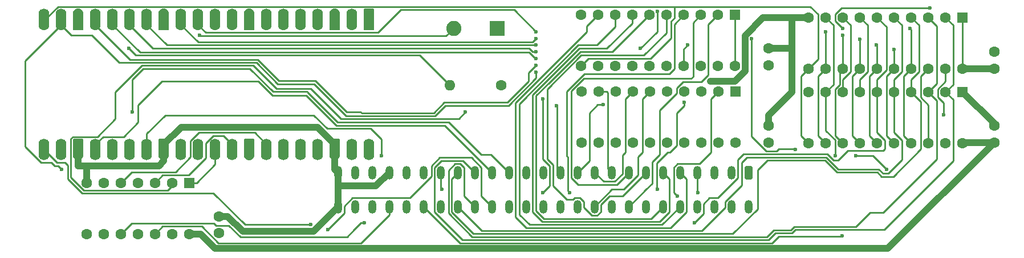
<source format=gbr>
%TF.GenerationSoftware,KiCad,Pcbnew,9.0.1*%
%TF.CreationDate,2025-08-04T14:53:58+03:00*%
%TF.ProjectId,SVI-3x8-PicoExpander,5356492d-3378-4382-9d50-69636f457870,1.1*%
%TF.SameCoordinates,Original*%
%TF.FileFunction,Copper,L1,Top*%
%TF.FilePolarity,Positive*%
%FSLAX46Y46*%
G04 Gerber Fmt 4.6, Leading zero omitted, Abs format (unit mm)*
G04 Created by KiCad (PCBNEW 9.0.1) date 2025-08-04 14:53:58*
%MOMM*%
%LPD*%
G01*
G04 APERTURE LIST*
G04 Aperture macros list*
%AMRoundRect*
0 Rectangle with rounded corners*
0 $1 Rounding radius*
0 $2 $3 $4 $5 $6 $7 $8 $9 X,Y pos of 4 corners*
0 Add a 4 corners polygon primitive as box body*
4,1,4,$2,$3,$4,$5,$6,$7,$8,$9,$2,$3,0*
0 Add four circle primitives for the rounded corners*
1,1,$1+$1,$2,$3*
1,1,$1+$1,$4,$5*
1,1,$1+$1,$6,$7*
1,1,$1+$1,$8,$9*
0 Add four rect primitives between the rounded corners*
20,1,$1+$1,$2,$3,$4,$5,0*
20,1,$1+$1,$4,$5,$6,$7,0*
20,1,$1+$1,$6,$7,$8,$9,0*
20,1,$1+$1,$8,$9,$2,$3,0*%
%AMFreePoly0*
4,1,37,0.800000,0.796148,0.878414,0.796148,1.032228,0.765552,1.177117,0.705537,1.307515,0.618408,1.418408,0.507515,1.505537,0.377117,1.565552,0.232228,1.596148,0.078414,1.596148,-0.078414,1.565552,-0.232228,1.505537,-0.377117,1.418408,-0.507515,1.307515,-0.618408,1.177117,-0.705537,1.032228,-0.765552,0.878414,-0.796148,0.800000,-0.796148,0.800000,-0.800000,-1.400000,-0.800000,
-1.403843,-0.796157,-1.439018,-0.796157,-1.511114,-0.766294,-1.566294,-0.711114,-1.596157,-0.639018,-1.596157,-0.603843,-1.600000,-0.600000,-1.600000,0.600000,-1.596157,0.603843,-1.596157,0.639018,-1.566294,0.711114,-1.511114,0.766294,-1.439018,0.796157,-1.403843,0.796157,-1.400000,0.800000,0.800000,0.800000,0.800000,0.796148,0.800000,0.796148,$1*%
%AMFreePoly1*
4,1,37,1.403843,0.796157,1.439018,0.796157,1.511114,0.766294,1.566294,0.711114,1.596157,0.639018,1.596157,0.603843,1.600000,0.600000,1.600000,-0.600000,1.596157,-0.603843,1.596157,-0.639018,1.566294,-0.711114,1.511114,-0.766294,1.439018,-0.796157,1.403843,-0.796157,1.400000,-0.800000,-0.800000,-0.800000,-0.800000,-0.796148,-0.878414,-0.796148,-1.032228,-0.765552,-1.177117,-0.705537,
-1.307515,-0.618408,-1.418408,-0.507515,-1.505537,-0.377117,-1.565552,-0.232228,-1.596148,-0.078414,-1.596148,0.078414,-1.565552,0.232228,-1.505537,0.377117,-1.418408,0.507515,-1.307515,0.618408,-1.177117,0.705537,-1.032228,0.765552,-0.878414,0.796148,-0.800000,0.796148,-0.800000,0.800000,1.400000,0.800000,1.403843,0.796157,1.403843,0.796157,$1*%
%AMFreePoly2*
4,1,37,0.603843,0.796157,0.639018,0.796157,0.711114,0.766294,0.766294,0.711114,0.796157,0.639018,0.796157,0.603843,0.800000,0.600000,0.800000,-0.600000,0.796157,-0.603843,0.796157,-0.639018,0.766294,-0.711114,0.711114,-0.766294,0.639018,-0.796157,0.603843,-0.796157,0.600000,-0.800000,0.000000,-0.800000,0.000000,-0.796148,-0.078414,-0.796148,-0.232228,-0.765552,-0.377117,-0.705537,
-0.507515,-0.618408,-0.618408,-0.507515,-0.705537,-0.377117,-0.765552,-0.232228,-0.796148,-0.078414,-0.796148,0.078414,-0.765552,0.232228,-0.705537,0.377117,-0.618408,0.507515,-0.507515,0.618408,-0.377117,0.705537,-0.232228,0.765552,-0.078414,0.796148,0.000000,0.796148,0.000000,0.800000,0.600000,0.800000,0.603843,0.796157,0.603843,0.796157,$1*%
%AMFreePoly3*
4,1,37,0.000000,0.796148,0.078414,0.796148,0.232228,0.765552,0.377117,0.705537,0.507515,0.618408,0.618408,0.507515,0.705537,0.377117,0.765552,0.232228,0.796148,0.078414,0.796148,-0.078414,0.765552,-0.232228,0.705537,-0.377117,0.618408,-0.507515,0.507515,-0.618408,0.377117,-0.705537,0.232228,-0.765552,0.078414,-0.796148,0.000000,-0.796148,0.000000,-0.800000,-0.600000,-0.800000,
-0.603843,-0.796157,-0.639018,-0.796157,-0.711114,-0.766294,-0.766294,-0.711114,-0.796157,-0.639018,-0.796157,-0.603843,-0.800000,-0.600000,-0.800000,0.600000,-0.796157,0.603843,-0.796157,0.639018,-0.766294,0.711114,-0.711114,0.766294,-0.639018,0.796157,-0.603843,0.796157,-0.600000,0.800000,0.000000,0.800000,0.000000,0.796148,0.000000,0.796148,$1*%
G04 Aperture macros list end*
%TA.AperFunction,ComponentPad*%
%ADD10R,2.250000X2.250000*%
%TD*%
%TA.AperFunction,ComponentPad*%
%ADD11C,2.250000*%
%TD*%
%TA.AperFunction,ComponentPad*%
%ADD12C,1.600000*%
%TD*%
%TA.AperFunction,ComponentPad*%
%ADD13O,1.600000X1.600000*%
%TD*%
%TA.AperFunction,ComponentPad*%
%ADD14RoundRect,0.250000X-0.550000X0.550000X-0.550000X-0.550000X0.550000X-0.550000X0.550000X0.550000X0*%
%TD*%
%TA.AperFunction,SMDPad,CuDef*%
%ADD15FreePoly0,270.000000*%
%TD*%
%TA.AperFunction,ComponentPad*%
%ADD16RoundRect,0.200000X-0.600000X0.600000X-0.600000X-0.600000X0.600000X-0.600000X0.600000X0.600000X0*%
%TD*%
%TA.AperFunction,SMDPad,CuDef*%
%ADD17RoundRect,0.800000X-0.000010X0.800000X-0.000010X-0.800000X0.000010X-0.800000X0.000010X0.800000X0*%
%TD*%
%TA.AperFunction,SMDPad,CuDef*%
%ADD18FreePoly1,270.000000*%
%TD*%
%TA.AperFunction,ComponentPad*%
%ADD19FreePoly2,270.000000*%
%TD*%
%TA.AperFunction,ComponentPad*%
%ADD20FreePoly3,270.000000*%
%TD*%
%TA.AperFunction,ComponentPad*%
%ADD21RoundRect,0.250000X0.350000X0.750000X-0.350000X0.750000X-0.350000X-0.750000X0.350000X-0.750000X0*%
%TD*%
%TA.AperFunction,ComponentPad*%
%ADD22O,1.200000X2.000000*%
%TD*%
%TA.AperFunction,ViaPad*%
%ADD23C,0.600000*%
%TD*%
%TA.AperFunction,ViaPad*%
%ADD24C,0.800000*%
%TD*%
%TA.AperFunction,Conductor*%
%ADD25C,0.250000*%
%TD*%
%TA.AperFunction,Conductor*%
%ADD26C,1.000000*%
%TD*%
G04 APERTURE END LIST*
D10*
%TO.P,SW1,1,1*%
%TO.N,Net-(A1-GPIO22)*%
X143750000Y-103500000D03*
D11*
%TO.P,SW1,2,2*%
%TO.N,+3V3*%
X137250000Y-103500000D03*
%TD*%
D12*
%TO.P,R1,1*%
%TO.N,GND*%
X144310000Y-112000000D03*
D13*
%TO.P,R1,2*%
%TO.N,Net-(A1-GPIO22)*%
X136690000Y-112000000D03*
%TD*%
D14*
%TO.P,U2,1,DIR*%
%TO.N,+3V3*%
X179120000Y-112880000D03*
D12*
%TO.P,U2,2,A1*%
%TO.N,A0*%
X176580000Y-112880000D03*
%TO.P,U2,3,A2*%
%TO.N,A1*%
X174040000Y-112880000D03*
%TO.P,U2,4,A3*%
%TO.N,A2*%
X171500000Y-112880000D03*
%TO.P,U2,5,A4*%
%TO.N,A3*%
X168960000Y-112880000D03*
%TO.P,U2,6,A5*%
%TO.N,A4*%
X166420000Y-112880000D03*
%TO.P,U2,7,A6*%
%TO.N,A5*%
X163880000Y-112880000D03*
%TO.P,U2,8,A7*%
%TO.N,A6*%
X161340000Y-112880000D03*
%TO.P,U2,9,A8*%
%TO.N,A7*%
X158800000Y-112880000D03*
%TO.P,U2,10,GND*%
%TO.N,GND*%
X156260000Y-112880000D03*
%TO.P,U2,11,B8*%
%TO.N,P_A7*%
X156260000Y-120500000D03*
%TO.P,U2,12,B7*%
%TO.N,P_A6*%
X158800000Y-120500000D03*
%TO.P,U2,13,B6*%
%TO.N,P_A5*%
X161340000Y-120500000D03*
%TO.P,U2,14,B5*%
%TO.N,P_A4*%
X163880000Y-120500000D03*
%TO.P,U2,15,B4*%
%TO.N,P_A3*%
X166420000Y-120500000D03*
%TO.P,U2,16,B3*%
%TO.N,P_A2*%
X168960000Y-120500000D03*
%TO.P,U2,17,B2*%
%TO.N,P_A1*%
X171500000Y-120500000D03*
%TO.P,U2,18,B1*%
%TO.N,P_A0*%
X174040000Y-120500000D03*
%TO.P,U2,19,~{OE}*%
%TO.N,{slash}P_AE*%
X176580000Y-120500000D03*
%TO.P,U2,20,VCC*%
%TO.N,+3V3*%
X179120000Y-120500000D03*
%TD*%
%TO.P,C4,1*%
%TO.N,+5V*%
X102420000Y-134000000D03*
%TO.P,C4,2*%
%TO.N,GND*%
X102420000Y-131500000D03*
%TD*%
D14*
%TO.P,U4,1,DIR*%
%TO.N,+3V3*%
X179000000Y-101500000D03*
D12*
%TO.P,U4,2,A1*%
%TO.N,A8*%
X176460000Y-101500000D03*
%TO.P,U4,3,A2*%
%TO.N,A9*%
X173920000Y-101500000D03*
%TO.P,U4,4,A3*%
%TO.N,A10*%
X171380000Y-101500000D03*
%TO.P,U4,5,A4*%
%TO.N,A11*%
X168840000Y-101500000D03*
%TO.P,U4,6,A5*%
%TO.N,A12*%
X166300000Y-101500000D03*
%TO.P,U4,7,A6*%
%TO.N,A13*%
X163760000Y-101500000D03*
%TO.P,U4,8,A7*%
%TO.N,A14*%
X161220000Y-101500000D03*
%TO.P,U4,9,A8*%
%TO.N,A15*%
X158680000Y-101500000D03*
%TO.P,U4,10,GND*%
%TO.N,GND*%
X156140000Y-101500000D03*
%TO.P,U4,11,B8*%
%TO.N,P_A15_D7*%
X156140000Y-109120000D03*
%TO.P,U4,12,B7*%
%TO.N,P_A14_D6*%
X158680000Y-109120000D03*
%TO.P,U4,13,B6*%
%TO.N,P_A13_D5*%
X161220000Y-109120000D03*
%TO.P,U4,14,B5*%
%TO.N,P_A12_D4*%
X163760000Y-109120000D03*
%TO.P,U4,15,B4*%
%TO.N,P_A11_D3*%
X166300000Y-109120000D03*
%TO.P,U4,16,B3*%
%TO.N,P_A10_D2*%
X168840000Y-109120000D03*
%TO.P,U4,17,B2*%
%TO.N,P_A9_D1*%
X171380000Y-109120000D03*
%TO.P,U4,18,B1*%
%TO.N,P_A8_D0*%
X173920000Y-109120000D03*
%TO.P,U4,19,~{OE}*%
%TO.N,{slash}P_AE*%
X176460000Y-109120000D03*
%TO.P,U4,20,VCC*%
%TO.N,+3V3*%
X179000000Y-109120000D03*
%TD*%
D14*
%TO.P,U3,1*%
%TO.N,Net-(A1-GPIO26_ADC0)*%
X98000000Y-126500000D03*
D12*
%TO.P,U3,2*%
%TO.N,{slash}P_AE*%
X95460000Y-126500000D03*
%TO.P,U3,3*%
%TO.N,Net-(A1-GPIO27_ADC1)*%
X92920000Y-126500000D03*
%TO.P,U3,4*%
%TO.N,{slash}P_RD_DE*%
X90380000Y-126500000D03*
%TO.P,U3,5*%
%TO.N,Net-(A1-GPIO28_ADC2)*%
X87840000Y-126500000D03*
%TO.P,U3,6*%
%TO.N,{slash}P_WR_DE*%
X85300000Y-126500000D03*
%TO.P,U3,7,GND*%
%TO.N,GND*%
X82760000Y-126500000D03*
%TO.P,U3,8*%
%TO.N,unconnected-(U3-Pad8)*%
X82760000Y-134120000D03*
%TO.P,U3,9*%
%TO.N,GND*%
X85300000Y-134120000D03*
%TO.P,U3,10*%
%TO.N,{slash}RST*%
X87840000Y-134120000D03*
%TO.P,U3,11*%
%TO.N,Net-(A1-GPIO19)*%
X90380000Y-134120000D03*
%TO.P,U3,12*%
%TO.N,{slash}ROMDIS*%
X92920000Y-134120000D03*
%TO.P,U3,13*%
%TO.N,Net-(A1-GPIO20)*%
X95460000Y-134120000D03*
%TO.P,U3,14,VCC*%
%TO.N,+5V*%
X98000000Y-134120000D03*
%TD*%
%TO.P,C2,1*%
%TO.N,+3V3*%
X184000000Y-120500000D03*
%TO.P,C2,2*%
%TO.N,GND*%
X184000000Y-118000000D03*
%TD*%
D14*
%TO.P,U1,1,DIR*%
%TO.N,+3V3*%
X212820000Y-101880000D03*
D12*
%TO.P,U1,2,A1*%
%TO.N,D0*%
X210280000Y-101880000D03*
%TO.P,U1,3,A2*%
%TO.N,D1*%
X207740000Y-101880000D03*
%TO.P,U1,4,A3*%
%TO.N,D2*%
X205200000Y-101880000D03*
%TO.P,U1,5,A4*%
%TO.N,D3*%
X202660000Y-101880000D03*
%TO.P,U1,6,A5*%
%TO.N,D4*%
X200120000Y-101880000D03*
%TO.P,U1,7,A6*%
%TO.N,D5*%
X197580000Y-101880000D03*
%TO.P,U1,8,A7*%
%TO.N,D6*%
X195040000Y-101880000D03*
%TO.P,U1,9,A8*%
%TO.N,D7*%
X192500000Y-101880000D03*
%TO.P,U1,10,GND*%
%TO.N,GND*%
X189960000Y-101880000D03*
%TO.P,U1,11,B8*%
%TO.N,P_A15_D7*%
X189960000Y-109500000D03*
%TO.P,U1,12,B7*%
%TO.N,P_A14_D6*%
X192500000Y-109500000D03*
%TO.P,U1,13,B6*%
%TO.N,P_A13_D5*%
X195040000Y-109500000D03*
%TO.P,U1,14,B5*%
%TO.N,P_A12_D4*%
X197580000Y-109500000D03*
%TO.P,U1,15,B4*%
%TO.N,P_A11_D3*%
X200120000Y-109500000D03*
%TO.P,U1,16,B3*%
%TO.N,P_A10_D2*%
X202660000Y-109500000D03*
%TO.P,U1,17,B2*%
%TO.N,P_A9_D1*%
X205200000Y-109500000D03*
%TO.P,U1,18,B1*%
%TO.N,P_A8_D0*%
X207740000Y-109500000D03*
%TO.P,U1,19,~{OE}*%
%TO.N,{slash}P_RD_DE*%
X210280000Y-109500000D03*
%TO.P,U1,20,VCC*%
%TO.N,+3V3*%
X212820000Y-109500000D03*
%TD*%
%TO.P,C3,1*%
%TO.N,+3V3*%
X184000000Y-109000000D03*
%TO.P,C3,2*%
%TO.N,GND*%
X184000000Y-106500000D03*
%TD*%
%TO.P,C5,1*%
%TO.N,+5V*%
X217500000Y-120500000D03*
%TO.P,C5,2*%
%TO.N,GND*%
X217500000Y-118000000D03*
%TD*%
D14*
%TO.P,U5,1,DIR*%
%TO.N,GND*%
X212820000Y-113000000D03*
D12*
%TO.P,U5,2,A1*%
%TO.N,D0*%
X210280000Y-113000000D03*
%TO.P,U5,3,A2*%
%TO.N,D1*%
X207740000Y-113000000D03*
%TO.P,U5,4,A3*%
%TO.N,D2*%
X205200000Y-113000000D03*
%TO.P,U5,5,A4*%
%TO.N,D3*%
X202660000Y-113000000D03*
%TO.P,U5,6,A5*%
%TO.N,D4*%
X200120000Y-113000000D03*
%TO.P,U5,7,A6*%
%TO.N,D5*%
X197580000Y-113000000D03*
%TO.P,U5,8,A7*%
%TO.N,D6*%
X195040000Y-113000000D03*
%TO.P,U5,9,A8*%
%TO.N,D7*%
X192500000Y-113000000D03*
%TO.P,U5,10,GND*%
%TO.N,GND*%
X189960000Y-113000000D03*
%TO.P,U5,11,B8*%
%TO.N,P_A15_D7*%
X189960000Y-120620000D03*
%TO.P,U5,12,B7*%
%TO.N,P_A14_D6*%
X192500000Y-120620000D03*
%TO.P,U5,13,B6*%
%TO.N,P_A13_D5*%
X195040000Y-120620000D03*
%TO.P,U5,14,B5*%
%TO.N,P_A12_D4*%
X197580000Y-120620000D03*
%TO.P,U5,15,B4*%
%TO.N,P_A11_D3*%
X200120000Y-120620000D03*
%TO.P,U5,16,B3*%
%TO.N,P_A10_D2*%
X202660000Y-120620000D03*
%TO.P,U5,17,B2*%
%TO.N,P_A9_D1*%
X205200000Y-120620000D03*
%TO.P,U5,18,B1*%
%TO.N,P_A8_D0*%
X207740000Y-120620000D03*
%TO.P,U5,19,~{OE}*%
%TO.N,{slash}P_WR_DE*%
X210280000Y-120620000D03*
%TO.P,U5,20,VCC*%
%TO.N,+5V*%
X212820000Y-120620000D03*
%TD*%
D15*
%TO.P,A1,1,GPIO0*%
%TO.N,P_A0*%
X124700000Y-102200000D03*
D16*
X124700000Y-103000000D03*
D17*
%TO.P,A1,2,GPIO1*%
%TO.N,P_A1*%
X122160000Y-102200000D03*
D12*
X122160000Y-103000000D03*
D18*
%TO.P,A1,3,GND*%
%TO.N,GND*%
X119620000Y-102200000D03*
D19*
X119620000Y-103000000D03*
D17*
%TO.P,A1,4,GPIO2*%
%TO.N,P_A2*%
X117080000Y-102200000D03*
D12*
X117080000Y-103000000D03*
D17*
%TO.P,A1,5,GPIO3*%
%TO.N,P_A3*%
X114540000Y-102200000D03*
D12*
X114540000Y-103000000D03*
D17*
%TO.P,A1,6,GPIO4*%
%TO.N,P_A4*%
X112000000Y-102200000D03*
D12*
X112000000Y-103000000D03*
D17*
%TO.P,A1,7,GPIO5*%
%TO.N,P_A5*%
X109460000Y-102200000D03*
D12*
X109460000Y-103000000D03*
D18*
%TO.P,A1,8,GND*%
%TO.N,GND*%
X106920000Y-102200000D03*
D19*
X106920000Y-103000000D03*
D17*
%TO.P,A1,9,GPIO6*%
%TO.N,P_A6*%
X104380000Y-102200000D03*
D12*
X104380000Y-103000000D03*
D17*
%TO.P,A1,10,GPIO7*%
%TO.N,P_A7*%
X101840000Y-102200000D03*
D12*
X101840000Y-103000000D03*
D17*
%TO.P,A1,11,GPIO8*%
%TO.N,P_A8_D0*%
X99300000Y-102200000D03*
D12*
X99300000Y-103000000D03*
D17*
%TO.P,A1,12,GPIO9*%
%TO.N,P_A9_D1*%
X96760000Y-102200000D03*
D12*
X96760000Y-103000000D03*
D18*
%TO.P,A1,13,GND*%
%TO.N,GND*%
X94220000Y-102200000D03*
D19*
X94220000Y-103000000D03*
D17*
%TO.P,A1,14,GPIO10*%
%TO.N,P_A10_D2*%
X91680000Y-102200000D03*
D12*
X91680000Y-103000000D03*
D17*
%TO.P,A1,15,GPIO11*%
%TO.N,P_A11_D3*%
X89140000Y-102200000D03*
D12*
X89140000Y-103000000D03*
D17*
%TO.P,A1,16,GPIO12*%
%TO.N,P_A12_D4*%
X86600000Y-102200000D03*
D12*
X86600000Y-103000000D03*
D17*
%TO.P,A1,17,GPIO13*%
%TO.N,P_A13_D5*%
X84060000Y-102200000D03*
D12*
X84060000Y-103000000D03*
D18*
%TO.P,A1,18,GND*%
%TO.N,GND*%
X81520000Y-102200000D03*
D19*
X81520000Y-103000000D03*
D17*
%TO.P,A1,19,GPIO14*%
%TO.N,P_A14_D6*%
X78980000Y-102200000D03*
D12*
X78980000Y-103000000D03*
D17*
%TO.P,A1,20,GPIO15*%
%TO.N,P_A15_D7*%
X76440000Y-102200000D03*
D12*
X76440000Y-103000000D03*
%TO.P,A1,21,GPIO16*%
%TO.N,{slash}RD*%
X76440000Y-120780000D03*
D17*
X76440000Y-121580000D03*
D12*
%TO.P,A1,22,GPIO17*%
%TO.N,{slash}WR*%
X78980000Y-120780000D03*
D17*
X78980000Y-121580000D03*
D20*
%TO.P,A1,23,GND*%
%TO.N,GND*%
X81520000Y-120780000D03*
D15*
X81520000Y-121580000D03*
D12*
%TO.P,A1,24,GPIO18*%
%TO.N,{slash}IORQ*%
X84060000Y-120780000D03*
D17*
X84060000Y-121580000D03*
D12*
%TO.P,A1,25,GPIO19*%
%TO.N,Net-(A1-GPIO19)*%
X86600000Y-120780000D03*
D17*
X86600000Y-121580000D03*
D12*
%TO.P,A1,26,GPIO20*%
%TO.N,Net-(A1-GPIO20)*%
X89140000Y-120780000D03*
D17*
X89140000Y-121580000D03*
D12*
%TO.P,A1,27,GPIO21*%
%TO.N,{slash}MREQ*%
X91680000Y-120780000D03*
D17*
X91680000Y-121580000D03*
D20*
%TO.P,A1,28,GND*%
%TO.N,GND*%
X94220000Y-120780000D03*
D15*
X94220000Y-121580000D03*
D12*
%TO.P,A1,29,GPIO22*%
%TO.N,Net-(A1-GPIO22)*%
X96760000Y-120780000D03*
D17*
X96760000Y-121580000D03*
D12*
%TO.P,A1,30,RUN*%
%TO.N,unconnected-(A1-RUN-Pad30)*%
X99300000Y-120780000D03*
D17*
%TO.N,unconnected-(A1-RUN-Pad30)_1*%
X99300000Y-121580000D03*
D12*
%TO.P,A1,31,GPIO26_ADC0*%
%TO.N,Net-(A1-GPIO26_ADC0)*%
X101840000Y-120780000D03*
D17*
X101840000Y-121580000D03*
D12*
%TO.P,A1,32,GPIO27_ADC1*%
%TO.N,Net-(A1-GPIO27_ADC1)*%
X104380000Y-120780000D03*
D17*
X104380000Y-121580000D03*
D20*
%TO.P,A1,33,AGND*%
%TO.N,GND*%
X106920000Y-120780000D03*
D15*
X106920000Y-121580000D03*
D12*
%TO.P,A1,34,GPIO28_ADC2*%
%TO.N,Net-(A1-GPIO28_ADC2)*%
X109460000Y-120780000D03*
D17*
X109460000Y-121580000D03*
D12*
%TO.P,A1,35,ADC_VREF*%
%TO.N,unconnected-(A1-ADC_VREF-Pad35)*%
X112000000Y-120780000D03*
D17*
%TO.N,unconnected-(A1-ADC_VREF-Pad35)_1*%
X112000000Y-121580000D03*
D12*
%TO.P,A1,36,3V3*%
%TO.N,+3V3*%
X114540000Y-120780000D03*
D17*
X114540000Y-121580000D03*
D12*
%TO.P,A1,37,3V3_EN*%
%TO.N,unconnected-(A1-3V3_EN-Pad37)_1*%
X117080000Y-120780000D03*
D17*
%TO.N,unconnected-(A1-3V3_EN-Pad37)*%
X117080000Y-121580000D03*
D20*
%TO.P,A1,38,GND*%
%TO.N,GND*%
X119620000Y-120780000D03*
D15*
X119620000Y-121580000D03*
D12*
%TO.P,A1,39,VSYS*%
%TO.N,+5V*%
X122160000Y-120780000D03*
D17*
X122160000Y-121580000D03*
D12*
%TO.P,A1,40,VBUS*%
%TO.N,unconnected-(A1-VBUS-Pad40)*%
X124700000Y-120780000D03*
D17*
%TO.N,unconnected-(A1-VBUS-Pad40)_1*%
X124700000Y-121580000D03*
%TD*%
D12*
%TO.P,C1,1*%
%TO.N,+3V3*%
X217500000Y-109500000D03*
%TO.P,C1,2*%
%TO.N,GND*%
X217500000Y-107000000D03*
%TD*%
D21*
%TO.P,J1,1,Pin_1*%
%TO.N,+5V*%
X181040000Y-125000000D03*
D22*
%TO.P,J1,2,Pin_2*%
%TO.N,{slash}CNTRL2*%
X181040000Y-130080000D03*
%TO.P,J1,3,Pin_3*%
%TO.N,unconnected-(J1-Pin_3-Pad3)*%
X178500000Y-125000000D03*
%TO.P,J1,4,Pin_4*%
%TO.N,unconnected-(J1-Pin_4-Pad4)*%
X178500000Y-130080000D03*
%TO.P,J1,5,Pin_5*%
%TO.N,{slash}CNTRL1*%
X175960000Y-125000000D03*
%TO.P,J1,6,Pin_6*%
%TO.N,{slash}WAIT*%
X175960000Y-130080000D03*
%TO.P,J1,7,Pin_7*%
%TO.N,{slash}RST*%
X173420000Y-125000000D03*
%TO.P,J1,8,Pin_8*%
%TO.N,unconnected-(J1-Pin_8-Pad8)*%
X173420000Y-130080000D03*
%TO.P,J1,9,Pin_9*%
%TO.N,A15*%
X170880000Y-125000000D03*
%TO.P,J1,10,Pin_10*%
%TO.N,A14*%
X170880000Y-130080000D03*
%TO.P,J1,11,Pin_11*%
%TO.N,A13*%
X168340000Y-125000000D03*
%TO.P,J1,12,Pin_12*%
%TO.N,A12*%
X168340000Y-130080000D03*
%TO.P,J1,13,Pin_13*%
%TO.N,A11*%
X165800000Y-125000000D03*
%TO.P,J1,14,Pin_14*%
%TO.N,A10*%
X165800000Y-130080000D03*
%TO.P,J1,15,Pin_15*%
%TO.N,A9*%
X163260000Y-125000000D03*
%TO.P,J1,16,Pin_16*%
%TO.N,A8*%
X163260000Y-130080000D03*
%TO.P,J1,17,Pin_17*%
%TO.N,A7*%
X160720000Y-125000000D03*
%TO.P,J1,18,Pin_18*%
%TO.N,A6*%
X160720000Y-130080000D03*
%TO.P,J1,19,Pin_19*%
%TO.N,A5*%
X158180000Y-125000000D03*
%TO.P,J1,20,Pin_20*%
%TO.N,A4*%
X158180000Y-130080000D03*
%TO.P,J1,21,Pin_21*%
%TO.N,A3*%
X155640000Y-125000000D03*
%TO.P,J1,22,Pin_22*%
%TO.N,A2*%
X155640000Y-130080000D03*
%TO.P,J1,23,Pin_23*%
%TO.N,A1*%
X153100000Y-125000000D03*
%TO.P,J1,24,Pin_24*%
%TO.N,A0*%
X153100000Y-130080000D03*
%TO.P,J1,25,Pin_25*%
%TO.N,{slash}RFSH*%
X150560000Y-125000000D03*
%TO.P,J1,26,Pin_26*%
%TO.N,{slash}EXCSR*%
X150560000Y-130080000D03*
%TO.P,J1,27,Pin_27*%
%TO.N,{slash}M1*%
X148020000Y-125000000D03*
%TO.P,J1,28,Pin_28*%
%TO.N,{slash}EXCSW*%
X148020000Y-130080000D03*
%TO.P,J1,29,Pin_29*%
%TO.N,{slash}WR*%
X145480000Y-125000000D03*
%TO.P,J1,30,Pin_30*%
%TO.N,{slash}MREQ*%
X145480000Y-130080000D03*
%TO.P,J1,31,Pin_31*%
%TO.N,{slash}IORQ*%
X142940000Y-125000000D03*
%TO.P,J1,32,Pin_32*%
%TO.N,{slash}RD*%
X142940000Y-130080000D03*
%TO.P,J1,33,Pin_33*%
%TO.N,D0*%
X140400000Y-125000000D03*
%TO.P,J1,34,Pin_34*%
%TO.N,D1*%
X140400000Y-130080000D03*
%TO.P,J1,35,Pin_35*%
%TO.N,D2*%
X137860000Y-125000000D03*
%TO.P,J1,36,Pin_36*%
%TO.N,D3*%
X137860000Y-130080000D03*
%TO.P,J1,37,Pin_37*%
%TO.N,D4*%
X135320000Y-125000000D03*
%TO.P,J1,38,Pin_38*%
%TO.N,D5*%
X135320000Y-130080000D03*
%TO.P,J1,39,Pin_39*%
%TO.N,D6*%
X132780000Y-125000000D03*
%TO.P,J1,40,Pin_40*%
%TO.N,D7*%
X132780000Y-130080000D03*
%TO.P,J1,41,Pin_41*%
%TO.N,unconnected-(J1-Pin_41-Pad41)*%
X130240000Y-125000000D03*
%TO.P,J1,42,Pin_42*%
%TO.N,{slash}INT*%
X130240000Y-130080000D03*
%TO.P,J1,43,Pin_43*%
%TO.N,GND*%
X127700000Y-125000000D03*
%TO.P,J1,44,Pin_44*%
%TO.N,{slash}ROMDIS*%
X127700000Y-130080000D03*
%TO.P,J1,45,Pin_45*%
%TO.N,{slash}BK32*%
X125160000Y-125000000D03*
%TO.P,J1,46,Pin_46*%
%TO.N,{slash}BK31*%
X125160000Y-130080000D03*
%TO.P,J1,47,Pin_47*%
%TO.N,{slash}BK22*%
X122620000Y-125000000D03*
%TO.P,J1,48,Pin_48*%
%TO.N,{slash}BK21*%
X122620000Y-130080000D03*
%TO.P,J1,49,Pin_49*%
%TO.N,GND*%
X120080000Y-125000000D03*
%TO.P,J1,50,Pin_50*%
X120080000Y-130080000D03*
%TD*%
D23*
%TO.N,Net-(A1-GPIO22)*%
X89000000Y-106500000D03*
%TO.N,+3V3*%
X99500000Y-104500000D03*
%TO.N,{slash}RST*%
X124000000Y-132500000D03*
X173500000Y-128000000D03*
D24*
%TO.N,GND*%
X175371917Y-111379000D03*
D23*
%TO.N,P_A12_D4*%
X149500000Y-108000000D03*
X197580000Y-105080000D03*
%TO.N,{slash}RD*%
X115999393Y-132746393D03*
X118526000Y-133474000D03*
%TO.N,P_A10_D2*%
X149500000Y-106000000D03*
X202660000Y-106660000D03*
%TO.N,P_A11_D3*%
X167500000Y-101000000D03*
X165000000Y-106500000D03*
X149500000Y-107000000D03*
X200000000Y-106000000D03*
%TO.N,P_A8_D0*%
X197000000Y-122500000D03*
X149500000Y-104000000D03*
X201500000Y-124500000D03*
X181500000Y-105000000D03*
X188030847Y-121530847D03*
%TO.N,P_A13_D5*%
X195000000Y-104500000D03*
X149500000Y-109000000D03*
%TO.N,P_A9_D1*%
X172000000Y-106000000D03*
X205000000Y-103500000D03*
X149500000Y-105000000D03*
%TO.N,P_A14_D6*%
X192500000Y-104000000D03*
X79000000Y-124500000D03*
X195000000Y-103500000D03*
X208000000Y-100500000D03*
X149500000Y-110000000D03*
%TO.N,{slash}WR*%
X89500000Y-116000000D03*
%TO.N,A0*%
X170500000Y-128500000D03*
%TO.N,A2*%
X167500000Y-127500000D03*
X171500000Y-114500000D03*
%TO.N,D7*%
X193891095Y-122500000D03*
X194927761Y-134428761D03*
%TO.N,{slash}MREQ*%
X126500000Y-122500000D03*
%TO.N,A10*%
X154500000Y-128000000D03*
%TO.N,D4*%
X135500000Y-127500000D03*
X173000000Y-132500000D03*
%TO.N,A3*%
X159500000Y-114875000D03*
%TO.N,A6*%
X150500000Y-128000000D03*
X150500000Y-114000000D03*
%TO.N,A1*%
X152500000Y-115000000D03*
%TO.N,{slash}P_RD_DE*%
X210000000Y-116374000D03*
%TO.N,{slash}P_AE*%
X139000000Y-116000000D03*
%TD*%
D25*
%TO.N,P_A13_D5*%
X89200000Y-108140000D02*
X108140000Y-108140000D01*
X148362190Y-110137810D02*
X149500000Y-109000000D01*
X108140000Y-108140000D02*
X111324403Y-111324403D01*
X111324403Y-111324403D02*
X116709511Y-111324403D01*
X121385108Y-116000000D02*
X123500000Y-116000000D01*
X148362190Y-111362190D02*
X148362190Y-110137810D01*
X123500000Y-116000000D02*
X123591000Y-116091000D01*
X116709511Y-111324403D02*
X121385108Y-116000000D01*
X84060000Y-103000000D02*
X89200000Y-108140000D01*
X123591000Y-116091000D02*
X134271190Y-116091000D01*
X135862190Y-114500000D02*
X145224380Y-114500000D01*
X134271190Y-116091000D02*
X135862190Y-114500000D01*
X145224380Y-114500000D02*
X148362190Y-111362190D01*
%TO.N,P_A14_D6*%
X83500000Y-104500000D02*
X87591000Y-108591000D01*
X149500000Y-110862190D02*
X149500000Y-110000000D01*
X78980000Y-103000000D02*
X80480000Y-104500000D01*
X116500000Y-111775403D02*
X121266597Y-116542000D01*
X136000000Y-115000000D02*
X145362190Y-115000000D01*
X87591000Y-108591000D02*
X107953190Y-108591000D01*
X134458000Y-116542000D02*
X136000000Y-115000000D01*
X111137593Y-111775403D02*
X116500000Y-111775403D01*
X121266597Y-116542000D02*
X134458000Y-116542000D01*
X107953190Y-108591000D02*
X111137593Y-111775403D01*
X80480000Y-104500000D02*
X83500000Y-104500000D01*
X145362190Y-115000000D02*
X149500000Y-110862190D01*
%TO.N,Net-(A1-GPIO22)*%
X90019905Y-107519905D02*
X89000000Y-106500000D01*
X131500000Y-107519905D02*
X90019905Y-107519905D01*
X136690000Y-112000000D02*
X132209905Y-107519905D01*
X132209905Y-107519905D02*
X131500000Y-107519905D01*
%TO.N,P_A12_D4*%
X149362190Y-108000000D02*
X148431095Y-107068905D01*
X148431095Y-107068905D02*
X90668905Y-107068905D01*
X149500000Y-108000000D02*
X149362190Y-108000000D01*
X90668905Y-107068905D02*
X86600000Y-103000000D01*
%TO.N,P_A11_D3*%
X149500000Y-107000000D02*
X149000000Y-107000000D01*
X149000000Y-107000000D02*
X148451000Y-106451000D01*
X148451000Y-106451000D02*
X92591000Y-106451000D01*
X92591000Y-106451000D02*
X89140000Y-103000000D01*
%TO.N,+3V3*%
X101000000Y-104625000D02*
X99625000Y-104625000D01*
X99625000Y-104625000D02*
X99500000Y-104500000D01*
X136125000Y-104625000D02*
X101000000Y-104625000D01*
X137250000Y-103500000D02*
X136125000Y-104625000D01*
%TO.N,P_A9_D1*%
X149500000Y-105000000D02*
X148951000Y-105549000D01*
X99309000Y-105549000D02*
X96760000Y-103000000D01*
X148951000Y-105549000D02*
X99309000Y-105549000D01*
%TO.N,P_A8_D0*%
X149500000Y-104000000D02*
X146220000Y-100720000D01*
X146220000Y-100720000D02*
X129411000Y-100720000D01*
X129411000Y-100720000D02*
X126000000Y-104131000D01*
X126000000Y-104131000D02*
X100431000Y-104131000D01*
X100431000Y-104131000D02*
X99300000Y-103000000D01*
%TO.N,{slash}RST*%
X123500000Y-132500000D02*
X124000000Y-132500000D01*
X122500000Y-133500000D02*
X123500000Y-132500000D01*
X121427000Y-134573000D02*
X122500000Y-133500000D01*
X103874000Y-132874000D02*
X105573000Y-134573000D01*
X101953595Y-132874000D02*
X103874000Y-132874000D01*
X105573000Y-134573000D02*
X121427000Y-134573000D01*
X101622595Y-132543000D02*
X101953595Y-132874000D01*
X89417000Y-132543000D02*
X101622595Y-132543000D01*
X87840000Y-134120000D02*
X89417000Y-132543000D01*
%TO.N,{slash}RD*%
X118526000Y-133474000D02*
X121006000Y-130994000D01*
X121006000Y-130994000D02*
X121006000Y-129984438D01*
X121006000Y-129984438D02*
X122236438Y-128754000D01*
X135200628Y-122772000D02*
X139881562Y-122772000D01*
X122236438Y-128754000D02*
X130746000Y-128754000D01*
X133943000Y-124029628D02*
X135200628Y-122772000D01*
X130746000Y-128754000D02*
X133943000Y-125557000D01*
X133943000Y-125557000D02*
X133943000Y-124029628D01*
X139881562Y-122772000D02*
X141326000Y-124216438D01*
X141326000Y-124216438D02*
X141326000Y-128466000D01*
X141326000Y-128466000D02*
X142940000Y-130080000D01*
D26*
%TO.N,GND*%
X120080000Y-125000000D02*
X120080000Y-127000000D01*
X127700000Y-125000000D02*
X125700000Y-127000000D01*
X125700000Y-127000000D02*
X120080000Y-127000000D01*
D25*
%TO.N,{slash}RST*%
X173420000Y-127920000D02*
X173500000Y-128000000D01*
X173420000Y-125000000D02*
X173420000Y-127920000D01*
%TO.N,Net-(A1-GPIO26_ADC0)*%
X101840000Y-123760000D02*
X101840000Y-120780000D01*
X99100000Y-126500000D02*
X98000000Y-126500000D01*
X101840000Y-123760000D02*
X99100000Y-126500000D01*
D26*
%TO.N,GND*%
X189960000Y-101880000D02*
X187500000Y-101880000D01*
X119620000Y-124540000D02*
X120080000Y-125000000D01*
X180500000Y-109877000D02*
X180500000Y-104584372D01*
X187500000Y-113000000D02*
X184000000Y-116500000D01*
X184000000Y-106500000D02*
X187500000Y-106500000D01*
X179000000Y-111379000D02*
X180501000Y-109878000D01*
X217500000Y-118000000D02*
X217500000Y-117680000D01*
X183204372Y-101880000D02*
X187500000Y-101880000D01*
X82760000Y-124260000D02*
X82500000Y-124000000D01*
X175371917Y-111379000D02*
X179000000Y-111379000D01*
X82760000Y-126500000D02*
X82760000Y-124260000D01*
X217500000Y-117680000D02*
X212820000Y-113000000D01*
X93500000Y-124000000D02*
X82500000Y-124000000D01*
X119620000Y-120780000D02*
X117063000Y-118223000D01*
X119620000Y-121580000D02*
X119620000Y-124540000D01*
X117063000Y-118223000D02*
X96777000Y-118223000D01*
X81520000Y-121580000D02*
X81520000Y-124000000D01*
X105915140Y-133747000D02*
X116413000Y-133747000D01*
X187500000Y-106500000D02*
X187500000Y-101880000D01*
X120080000Y-127000000D02*
X120080000Y-130080000D01*
X184000000Y-116500000D02*
X184000000Y-118000000D01*
X116413000Y-133747000D02*
X120080000Y-130080000D01*
X106920000Y-121962736D02*
X106920000Y-121580000D01*
X102420000Y-131500000D02*
X103668140Y-131500000D01*
X180500000Y-104584372D02*
X183204372Y-101880000D01*
X94220000Y-123280000D02*
X93500000Y-124000000D01*
X119580000Y-124500000D02*
X119620000Y-124540000D01*
X94220000Y-121580000D02*
X94220000Y-123280000D01*
X96777000Y-118223000D02*
X94220000Y-120780000D01*
X82500000Y-124000000D02*
X81520000Y-124000000D01*
X103668140Y-131500000D02*
X105915140Y-133747000D01*
X180501000Y-109878000D02*
X180500000Y-109877000D01*
X187500000Y-113000000D02*
X187500000Y-106500000D01*
D25*
%TO.N,Net-(A1-GPIO28_ADC2)*%
X95925000Y-124923000D02*
X91500000Y-124923000D01*
X99438594Y-119049000D02*
X107729000Y-119049000D01*
X89417000Y-124923000D02*
X87840000Y-126500000D01*
X98174000Y-122674000D02*
X95925000Y-124923000D01*
X98174000Y-120313594D02*
X99438594Y-119049000D01*
X98174000Y-122674000D02*
X98174000Y-120313594D01*
X107729000Y-119049000D02*
X109460000Y-120780000D01*
X91500000Y-124923000D02*
X89417000Y-124923000D01*
%TO.N,P_A12_D4*%
X197580000Y-120620000D02*
X196454000Y-119494000D01*
X196454000Y-119494000D02*
X196454000Y-110626000D01*
X196454000Y-110626000D02*
X197580000Y-109500000D01*
X197580000Y-109500000D02*
X197580000Y-105080000D01*
%TO.N,{slash}RD*%
X79938000Y-123938000D02*
X79506000Y-123506000D01*
X82106785Y-128077000D02*
X79938000Y-125908215D01*
X115999393Y-132746393D02*
X106246393Y-132746393D01*
X101500000Y-128077000D02*
X82106785Y-128077000D01*
X106246393Y-132746393D02*
X101577000Y-128077000D01*
X78366000Y-123506000D02*
X76440000Y-121580000D01*
X79506000Y-123506000D02*
X78366000Y-123506000D01*
X101577000Y-128077000D02*
X101500000Y-128077000D01*
X79938000Y-125908215D02*
X79938000Y-123938000D01*
D26*
%TO.N,+3V3*%
X217500000Y-109500000D02*
X212820000Y-109500000D01*
D25*
X212820000Y-101880000D02*
X212820000Y-109500000D01*
X179000000Y-109120000D02*
X179000000Y-101500000D01*
%TO.N,Net-(A1-GPIO27_ADC1)*%
X101527594Y-119500000D02*
X103100000Y-119500000D01*
X97898406Y-125374000D02*
X100426000Y-122846406D01*
X94046000Y-125374000D02*
X92920000Y-126500000D01*
X97374000Y-125374000D02*
X97898406Y-125374000D01*
X103100000Y-119500000D02*
X104380000Y-120780000D01*
X100426000Y-122846406D02*
X100426000Y-120601594D01*
X96000000Y-125374000D02*
X97374000Y-125374000D01*
X100426000Y-120601594D02*
X101527594Y-119500000D01*
X96000000Y-125374000D02*
X94046000Y-125374000D01*
%TO.N,{slash}IORQ*%
X90374000Y-114936984D02*
X90374000Y-117511298D01*
X90374000Y-117511298D02*
X88231298Y-119654000D01*
X119862190Y-118000000D02*
X115362190Y-113500000D01*
X135940000Y-118000000D02*
X119862190Y-118000000D01*
X142940000Y-125000000D02*
X135940000Y-118000000D01*
X93950284Y-111360700D02*
X90374000Y-114936984D01*
X88231298Y-119654000D02*
X85186000Y-119654000D01*
X108222890Y-111360700D02*
X93950284Y-111360700D01*
X115362190Y-113500000D02*
X110362190Y-113500000D01*
X85186000Y-119654000D02*
X84060000Y-120780000D01*
X110362190Y-113500000D02*
X108222890Y-111360700D01*
X84060000Y-120780000D02*
X84060000Y-122940000D01*
%TO.N,P_A10_D2*%
X94680000Y-106000000D02*
X149500000Y-106000000D01*
X201534000Y-119494000D02*
X201534000Y-110626000D01*
X202660000Y-120620000D02*
X201534000Y-119494000D01*
X202660000Y-109500000D02*
X202660000Y-106660000D01*
X201534000Y-110626000D02*
X202660000Y-109500000D01*
X91680000Y-103000000D02*
X94680000Y-106000000D01*
%TO.N,P_A11_D3*%
X167500000Y-104000000D02*
X165000000Y-106500000D01*
X200120000Y-120620000D02*
X198994000Y-119494000D01*
X198994000Y-119494000D02*
X198994000Y-110626000D01*
X198994000Y-110626000D02*
X200120000Y-109500000D01*
X200120000Y-106120000D02*
X200000000Y-106000000D01*
X167500000Y-101000000D02*
X167500000Y-104000000D01*
X200120000Y-109500000D02*
X200120000Y-106120000D01*
%TO.N,P_A15_D7*%
X188834000Y-119494000D02*
X188834000Y-110626000D01*
X76440000Y-102347594D02*
X78518594Y-100269000D01*
X76440000Y-103000000D02*
X76440000Y-102347594D01*
X156140000Y-109120000D02*
X157266000Y-107994000D01*
X78518594Y-100269000D02*
X170000000Y-100269000D01*
X157266000Y-107994000D02*
X166506000Y-107994000D01*
X191374000Y-103500000D02*
X191374000Y-108086000D01*
X169549000Y-104951000D02*
X169549000Y-102451000D01*
X169549000Y-102451000D02*
X170000000Y-102000000D01*
X191374000Y-108086000D02*
X189960000Y-109500000D01*
X189960000Y-120620000D02*
X188834000Y-119494000D01*
X170000000Y-102000000D02*
X170000000Y-100269000D01*
X191374000Y-101413595D02*
X191374000Y-103500000D01*
X188834000Y-110626000D02*
X189960000Y-109500000D01*
X170000000Y-100269000D02*
X190229405Y-100269000D01*
X166506000Y-107994000D02*
X169549000Y-104951000D01*
X190229405Y-100269000D02*
X191374000Y-101413595D01*
%TO.N,P_A8_D0*%
X188000000Y-121500000D02*
X185500000Y-121500000D01*
X199500000Y-122500000D02*
X201500000Y-124500000D01*
X185203797Y-121796203D02*
X183703799Y-121796203D01*
X207740000Y-114902190D02*
X207740000Y-120620000D01*
X206614000Y-110626000D02*
X206614000Y-113776190D01*
X181500000Y-119592405D02*
X181500000Y-105000000D01*
X206614000Y-113776190D02*
X207740000Y-114902190D01*
X183703799Y-121796203D02*
X181500000Y-119592405D01*
X197000000Y-122500000D02*
X199500000Y-122500000D01*
X207740000Y-109500000D02*
X206614000Y-110626000D01*
X185500000Y-121500000D02*
X185203797Y-121796203D01*
X188030847Y-121530847D02*
X188000000Y-121500000D01*
%TO.N,P_A13_D5*%
X195040000Y-120620000D02*
X193914000Y-119494000D01*
X193914000Y-112533595D02*
X194589000Y-111858595D01*
X193914000Y-119494000D02*
X193914000Y-112533595D01*
X194589000Y-109951000D02*
X195040000Y-109500000D01*
X195040000Y-109500000D02*
X195040000Y-104540000D01*
X195040000Y-104540000D02*
X195000000Y-104500000D01*
X194589000Y-111858595D02*
X194589000Y-109951000D01*
%TO.N,P_A9_D1*%
X172000000Y-106000000D02*
X171380000Y-106620000D01*
X205200000Y-120620000D02*
X204074000Y-119494000D01*
X205200000Y-109500000D02*
X205200000Y-103700000D01*
X204074000Y-119494000D02*
X204074000Y-110626000D01*
X171380000Y-106620000D02*
X171380000Y-109120000D01*
X204074000Y-110626000D02*
X205200000Y-109500000D01*
X205200000Y-103700000D02*
X205000000Y-103500000D01*
%TO.N,P_A14_D6*%
X77494000Y-123506000D02*
X75973594Y-123506000D01*
X193914000Y-101413595D02*
X193914000Y-102414000D01*
X208000000Y-100500000D02*
X194827595Y-100500000D01*
X191374000Y-110626000D02*
X192500000Y-109500000D01*
X192500000Y-109500000D02*
X192500000Y-104000000D01*
X193914000Y-102414000D02*
X195000000Y-103500000D01*
X77500000Y-123500000D02*
X77494000Y-123506000D01*
X194827595Y-100500000D02*
X193914000Y-101413595D01*
X73626000Y-121158406D02*
X73626000Y-108354000D01*
X191374000Y-119494000D02*
X191374000Y-110626000D01*
X79000000Y-124500000D02*
X78500000Y-124000000D01*
X73626000Y-108354000D02*
X78980000Y-103000000D01*
X78500000Y-124000000D02*
X78000000Y-124000000D01*
X192500000Y-120620000D02*
X191374000Y-119494000D01*
X75973594Y-123506000D02*
X73626000Y-121158406D01*
X78000000Y-124000000D02*
X77500000Y-123500000D01*
D26*
%TO.N,+5V*%
X212940000Y-120500000D02*
X212820000Y-120620000D01*
X217500000Y-120500000D02*
X212940000Y-120500000D01*
X201699000Y-136301000D02*
X217500000Y-120500000D01*
X99660000Y-134120000D02*
X101841000Y-136301000D01*
X98000000Y-134120000D02*
X99660000Y-134120000D01*
X101841000Y-136301000D02*
X201699000Y-136301000D01*
D25*
%TO.N,{slash}WR*%
X115500000Y-113000000D02*
X115500000Y-112951000D01*
X136500000Y-117500000D02*
X120000000Y-117500000D01*
X145480000Y-125000000D02*
X142801000Y-122321000D01*
X107000000Y-109500000D02*
X91137810Y-109500000D01*
X120000000Y-117500000D02*
X115500000Y-113000000D01*
X91137810Y-109500000D02*
X89500000Y-111137810D01*
X141321000Y-122321000D02*
X136500000Y-117500000D01*
X110451000Y-112951000D02*
X107000000Y-109500000D01*
X89500000Y-111137810D02*
X89500000Y-116000000D01*
X115500000Y-112951000D02*
X110451000Y-112951000D01*
X142801000Y-122321000D02*
X141321000Y-122321000D01*
%TO.N,A0*%
X170500000Y-128500000D02*
X169954000Y-127954000D01*
X169954000Y-124216438D02*
X170496438Y-123674000D01*
X170496438Y-123674000D02*
X173734000Y-123674000D01*
X169954000Y-127954000D02*
X169954000Y-124216438D01*
X176580000Y-112880000D02*
X175454000Y-114006000D01*
X175454000Y-114006000D02*
X175454000Y-121954000D01*
X175454000Y-121954000D02*
X173734000Y-123674000D01*
%TO.N,A13*%
X169266000Y-130863562D02*
X167821562Y-132308000D01*
X148946000Y-130863562D02*
X148946000Y-113445975D01*
X160000000Y-106500000D02*
X163760000Y-102740000D01*
X168340000Y-125000000D02*
X169266000Y-125926000D01*
X155891975Y-106500000D02*
X160000000Y-106500000D01*
X163760000Y-102740000D02*
X163760000Y-101500000D01*
X167821562Y-132308000D02*
X150390438Y-132308000D01*
X169266000Y-125926000D02*
X169266000Y-130863562D01*
X150390438Y-132308000D02*
X148946000Y-130863562D01*
X148946000Y-113445975D02*
X155891975Y-106500000D01*
%TO.N,A2*%
X170374000Y-120966405D02*
X170374000Y-116126000D01*
X169344091Y-121996314D02*
X170374000Y-120966405D01*
X169000000Y-121996314D02*
X167414000Y-123582314D01*
X170374000Y-116126000D02*
X171500000Y-115000000D01*
X167414000Y-123582314D02*
X167414000Y-127414000D01*
X171500000Y-115000000D02*
X171500000Y-114500000D01*
X167414000Y-127414000D02*
X167500000Y-127500000D01*
X169000000Y-121996314D02*
X169344091Y-121996314D01*
%TO.N,A11*%
X152000000Y-127000000D02*
X152000000Y-123862190D01*
X156167595Y-107500000D02*
X165500000Y-107500000D01*
X159106000Y-129791810D02*
X159106000Y-130863562D01*
X156566000Y-129296438D02*
X156023562Y-128754000D01*
X154000000Y-129000000D02*
X152000000Y-127000000D01*
X160397810Y-128500000D02*
X159106000Y-129791810D01*
X155246000Y-128754000D02*
X155000000Y-129000000D01*
X158563562Y-131406000D02*
X157796438Y-131406000D01*
X168840000Y-104160000D02*
X168840000Y-101500000D01*
X159106000Y-130863562D02*
X158563562Y-131406000D01*
X156023562Y-128754000D02*
X155246000Y-128754000D01*
X162300000Y-128500000D02*
X160397810Y-128500000D01*
X155000000Y-129000000D02*
X154000000Y-129000000D01*
X156566000Y-130175562D02*
X156566000Y-129296438D01*
X151126000Y-122988190D02*
X151126000Y-112541595D01*
X165500000Y-107500000D02*
X168840000Y-104160000D01*
X165800000Y-125000000D02*
X162300000Y-128500000D01*
X157796438Y-131406000D02*
X156566000Y-130175562D01*
X152000000Y-123862190D02*
X151126000Y-122988190D01*
X151126000Y-112541595D02*
X156167595Y-107500000D01*
%TO.N,A5*%
X162754000Y-121954000D02*
X162754000Y-114006000D01*
X161174000Y-126326000D02*
X162334000Y-125166000D01*
X158180000Y-125000000D02*
X159506000Y-126326000D01*
X162334000Y-125166000D02*
X162334000Y-122374000D01*
X162754000Y-114006000D02*
X163880000Y-112880000D01*
X159506000Y-126326000D02*
X161174000Y-126326000D01*
X162334000Y-122374000D02*
X162754000Y-121954000D01*
%TO.N,D7*%
X192500000Y-118717810D02*
X192500000Y-113000000D01*
X193626000Y-103006000D02*
X192500000Y-101880000D01*
X193626000Y-111874000D02*
X193626000Y-103006000D01*
X193891095Y-122500000D02*
X193891095Y-120108905D01*
X184525000Y-135475000D02*
X138175000Y-135475000D01*
X185510847Y-134489153D02*
X184525000Y-135475000D01*
X192500000Y-113000000D02*
X193626000Y-111874000D01*
X138175000Y-135475000D02*
X132780000Y-130080000D01*
X193891095Y-120108905D02*
X192500000Y-118717810D01*
X194927761Y-134428761D02*
X194867369Y-134489153D01*
X194867369Y-134489153D02*
X185510847Y-134489153D01*
%TO.N,A9*%
X156547595Y-111000000D02*
X172500000Y-111000000D01*
X163260000Y-125000000D02*
X161483000Y-126777000D01*
X172794000Y-110706000D02*
X172794000Y-102626000D01*
X154683000Y-125752562D02*
X154683000Y-112864595D01*
X155707438Y-126777000D02*
X154683000Y-125752562D01*
X154683000Y-112864595D02*
X156547595Y-111000000D01*
X161483000Y-126777000D02*
X155707438Y-126777000D01*
X172794000Y-102626000D02*
X173920000Y-101500000D01*
X172500000Y-111000000D02*
X172794000Y-110706000D01*
%TO.N,D5*%
X198706000Y-109966405D02*
X198706000Y-103006000D01*
X198706000Y-103006000D02*
X197580000Y-101880000D01*
X197580000Y-113000000D02*
X197580000Y-111092405D01*
X197580000Y-111092405D02*
X198706000Y-109966405D01*
%TO.N,{slash}MREQ*%
X116444159Y-116436019D02*
X111436019Y-116436019D01*
X91680000Y-119162970D02*
X94406951Y-116436019D01*
X126500000Y-120000000D02*
X124951000Y-118451000D01*
X94406951Y-116436019D02*
X111436019Y-116436019D01*
X118459140Y-118451000D02*
X116444159Y-116436019D01*
X91680000Y-120780000D02*
X91680000Y-119162970D01*
X124951000Y-118451000D02*
X118459140Y-118451000D01*
X126500000Y-122500000D02*
X126500000Y-120000000D01*
%TO.N,A10*%
X154500000Y-128000000D02*
X154232000Y-127732000D01*
X170000000Y-109552405D02*
X170000000Y-102880000D01*
X154000000Y-112909785D02*
X156663785Y-110246000D01*
X169306405Y-110246000D02*
X170000000Y-109552405D01*
X154232000Y-122732000D02*
X154000000Y-122500000D01*
X170000000Y-102880000D02*
X171380000Y-101500000D01*
X154232000Y-127732000D02*
X154232000Y-122732000D01*
X156663785Y-110246000D02*
X169306405Y-110246000D01*
X154000000Y-122500000D02*
X154000000Y-112909785D01*
%TO.N,A8*%
X175046000Y-110454000D02*
X175046000Y-102914000D01*
X171287595Y-111500000D02*
X172000000Y-111500000D01*
X172000000Y-111500000D02*
X174000000Y-111500000D01*
X167834000Y-122285595D02*
X167834000Y-115666000D01*
X175046000Y-102914000D02*
X176460000Y-101500000D01*
X167834000Y-115666000D02*
X170374000Y-113126000D01*
X174000000Y-111500000D02*
X175046000Y-110454000D01*
X163260000Y-130080000D02*
X165840000Y-127500000D01*
X166726000Y-123393595D02*
X167834000Y-122285595D01*
X166726000Y-126614000D02*
X166726000Y-123393595D01*
X170374000Y-113126000D02*
X170374000Y-112413595D01*
X165840000Y-127500000D02*
X166726000Y-126614000D01*
X170374000Y-112413595D02*
X171287595Y-111500000D01*
%TO.N,A15*%
X146406000Y-131616000D02*
X146406000Y-121094000D01*
X171806000Y-130863562D02*
X169459562Y-133210000D01*
X146406000Y-114594000D02*
X146406000Y-121094000D01*
X157000000Y-104000000D02*
X146406000Y-114594000D01*
X157000000Y-103180000D02*
X157000000Y-104000000D01*
X158680000Y-101500000D02*
X157000000Y-103180000D01*
X170880000Y-125000000D02*
X171806000Y-125926000D01*
X148000000Y-133210000D02*
X146406000Y-131616000D01*
X169459562Y-133210000D02*
X148000000Y-133210000D01*
X171806000Y-125926000D02*
X171806000Y-130863562D01*
%TO.N,A7*%
X159931370Y-112880000D02*
X160126000Y-113074630D01*
X160126000Y-124406000D02*
X160720000Y-125000000D01*
X158800000Y-112880000D02*
X159931370Y-112880000D01*
X160126000Y-113074630D02*
X160126000Y-124406000D01*
%TO.N,D2*%
X140182438Y-134112000D02*
X136934000Y-130863562D01*
X178717562Y-134112000D02*
X140182438Y-134112000D01*
X202537000Y-125577000D02*
X200813190Y-125577000D01*
X192373583Y-123149203D02*
X183850797Y-123149203D01*
X205200000Y-113000000D02*
X205200000Y-111092405D01*
X136934000Y-130863562D02*
X136934000Y-125926000D01*
X206326000Y-109966405D02*
X206326000Y-103006000D01*
X205200000Y-113000000D02*
X206614000Y-114414000D01*
X206614000Y-121500000D02*
X202537000Y-125577000D01*
X200207095Y-124970905D02*
X194195285Y-124970905D01*
X136934000Y-125926000D02*
X137860000Y-125000000D01*
X200813190Y-125577000D02*
X200207095Y-124970905D01*
X206326000Y-103006000D02*
X205200000Y-101880000D01*
X182414781Y-124585219D02*
X182414781Y-130414781D01*
X206614000Y-114414000D02*
X206614000Y-121500000D01*
X182414781Y-130414781D02*
X178717562Y-134112000D01*
X194195285Y-124970905D02*
X192373583Y-123149203D01*
X205200000Y-111092405D02*
X206326000Y-109966405D01*
X183850797Y-123149203D02*
X182414781Y-124585219D01*
%TO.N,D4*%
X194374000Y-123126000D02*
X195754000Y-121746000D01*
X179426000Y-125783562D02*
X179426000Y-123074000D01*
X135320000Y-127320000D02*
X135500000Y-127500000D01*
X201500000Y-103260000D02*
X200120000Y-101880000D01*
X200120000Y-111092405D02*
X201500000Y-109712405D01*
X193626000Y-123126000D02*
X194374000Y-123126000D01*
X192747203Y-122247203D02*
X193626000Y-123126000D01*
X201000000Y-121746000D02*
X201246000Y-121500000D01*
X175246000Y-128754000D02*
X176455562Y-128754000D01*
X135320000Y-125000000D02*
X135320000Y-127320000D01*
X179426000Y-123074000D02*
X180252797Y-122247203D01*
X201246000Y-120153595D02*
X200120000Y-119027595D01*
X174346000Y-129654000D02*
X175246000Y-128754000D01*
X176455562Y-128754000D02*
X179426000Y-125783562D01*
X201246000Y-121500000D02*
X201246000Y-120153595D01*
X195754000Y-121746000D02*
X201000000Y-121746000D01*
X200120000Y-119027595D02*
X200120000Y-113000000D01*
X201500000Y-109712405D02*
X201500000Y-103260000D01*
X173000000Y-132500000D02*
X174346000Y-131154000D01*
X200120000Y-113000000D02*
X200120000Y-111092405D01*
X174346000Y-131154000D02*
X174346000Y-129654000D01*
X180252797Y-122247203D02*
X192747203Y-122247203D01*
%TO.N,A3*%
X159500000Y-114875000D02*
X158625000Y-114875000D01*
X158625000Y-114875000D02*
X157386000Y-116114000D01*
X157386000Y-123254000D02*
X155640000Y-125000000D01*
X157386000Y-116114000D02*
X157386000Y-123254000D01*
%TO.N,A4*%
X166420000Y-112880000D02*
X165294000Y-114006000D01*
X160760000Y-127500000D02*
X158180000Y-130080000D01*
X165294000Y-121954000D02*
X164596438Y-122651562D01*
X165294000Y-114006000D02*
X165294000Y-121954000D01*
X162469562Y-127500000D02*
X160760000Y-127500000D01*
X164596438Y-122651562D02*
X164596438Y-125373124D01*
X164596438Y-125373124D02*
X162469562Y-127500000D01*
%TO.N,D1*%
X138243562Y-123674000D02*
X137476438Y-123674000D01*
X209000000Y-123000000D02*
X209000000Y-114260000D01*
X138786000Y-128466000D02*
X138786000Y-124216438D01*
X136483000Y-124667438D02*
X136483000Y-131050372D01*
X201045000Y-130955000D02*
X209000000Y-123000000D01*
X138786000Y-124216438D02*
X138243562Y-123674000D01*
X197000000Y-133049000D02*
X199094000Y-130955000D01*
X209000000Y-111740000D02*
X209000000Y-103140000D01*
X209000000Y-114260000D02*
X207740000Y-113000000D01*
X209000000Y-103140000D02*
X207740000Y-101880000D01*
X139995628Y-134563000D02*
X183799190Y-134563000D01*
X184813190Y-133549000D02*
X187313190Y-133549000D01*
X183799190Y-134563000D02*
X184813190Y-133549000D01*
X187813190Y-133049000D02*
X197000000Y-133049000D01*
X187313190Y-133549000D02*
X187813190Y-133049000D01*
X137476438Y-123674000D02*
X136483000Y-124667438D01*
X199094000Y-130955000D02*
X201045000Y-130955000D01*
X140400000Y-130080000D02*
X138786000Y-128466000D01*
X136483000Y-131050372D02*
X139995628Y-134563000D01*
X207740000Y-113000000D02*
X209000000Y-111740000D01*
%TO.N,A6*%
X151500000Y-124000000D02*
X150500000Y-123000000D01*
X150500000Y-123000000D02*
X150500000Y-114000000D01*
X151500000Y-127000000D02*
X151500000Y-124000000D01*
X151500000Y-127000000D02*
X150500000Y-128000000D01*
%TO.N,D6*%
X196166000Y-103006000D02*
X195040000Y-101880000D01*
X195040000Y-113000000D02*
X195040000Y-111092405D01*
X196166000Y-109966405D02*
X196166000Y-103006000D01*
X195040000Y-111092405D02*
X196166000Y-109966405D01*
%TO.N,A14*%
X147000000Y-131259000D02*
X147000000Y-114754165D01*
X158500000Y-106000000D02*
X161220000Y-103280000D01*
X170880000Y-130080000D02*
X168201000Y-132759000D01*
X168201000Y-132759000D02*
X148500000Y-132759000D01*
X147000000Y-114754165D02*
X155754165Y-106000000D01*
X148500000Y-132759000D02*
X147000000Y-131259000D01*
X161220000Y-103280000D02*
X161220000Y-101500000D01*
X155754165Y-106000000D02*
X158500000Y-106000000D01*
%TO.N,{slash}ROMDIS*%
X99821595Y-132994000D02*
X94046000Y-132994000D01*
X127700000Y-130080000D02*
X127700000Y-131275000D01*
X127700000Y-131275000D02*
X123500000Y-135475000D01*
X94046000Y-132994000D02*
X92920000Y-134120000D01*
X102302595Y-135475000D02*
X99821595Y-132994000D01*
X123500000Y-135475000D02*
X102302595Y-135475000D01*
%TO.N,D3*%
X137860000Y-130080000D02*
X141441000Y-133661000D01*
X203786000Y-103006000D02*
X202660000Y-101880000D01*
X180000000Y-126870438D02*
X180000000Y-123500000D01*
X203786000Y-120153595D02*
X202660000Y-119027595D01*
X201000000Y-125126000D02*
X201759298Y-125126000D01*
X203786000Y-123099298D02*
X203786000Y-120153595D01*
X194382095Y-124519905D02*
X200393905Y-124519905D01*
X180801797Y-122698203D02*
X192560393Y-122698203D01*
X202660000Y-111092405D02*
X203786000Y-109966405D01*
X192560393Y-122698203D02*
X194382095Y-124519905D01*
X202660000Y-119027595D02*
X202660000Y-113000000D01*
X200393905Y-124519905D02*
X201000000Y-125126000D01*
X202660000Y-113000000D02*
X202660000Y-111092405D01*
X177574000Y-130175562D02*
X177574000Y-129296438D01*
X203786000Y-109966405D02*
X203786000Y-103006000D01*
X141441000Y-133661000D02*
X174088562Y-133661000D01*
X180000000Y-123500000D02*
X180801797Y-122698203D01*
X177574000Y-129296438D02*
X180000000Y-126870438D01*
X201759298Y-125126000D02*
X203786000Y-123099298D01*
X174088562Y-133661000D02*
X177574000Y-130175562D01*
%TO.N,A12*%
X150627438Y-131857000D02*
X149500000Y-130729562D01*
X168340000Y-130080000D02*
X166563000Y-131857000D01*
X149500000Y-113529785D02*
X151514893Y-111514892D01*
X151500000Y-111529785D02*
X156029785Y-107000000D01*
X156029785Y-107000000D02*
X160800000Y-107000000D01*
X149500000Y-130729562D02*
X149500000Y-120500000D01*
X166563000Y-131857000D02*
X150627438Y-131857000D01*
X149500000Y-120500000D02*
X149500000Y-113529785D01*
X160800000Y-107000000D02*
X166300000Y-101500000D01*
%TO.N,A1*%
X153100000Y-125000000D02*
X153000000Y-124900000D01*
X152625000Y-115125000D02*
X152500000Y-115000000D01*
X153100000Y-125000000D02*
X152625000Y-124525000D01*
X152625000Y-124525000D02*
X152625000Y-115125000D01*
%TO.N,D0*%
X185000000Y-134000000D02*
X187500000Y-134000000D01*
X211406000Y-114126000D02*
X210280000Y-113000000D01*
X134394000Y-124216438D02*
X134394000Y-130863562D01*
X211406000Y-123254405D02*
X211406000Y-114126000D01*
X135387438Y-123223000D02*
X134394000Y-124216438D01*
X211406000Y-111874000D02*
X211406000Y-103006000D01*
X210280000Y-113000000D02*
X211406000Y-111874000D01*
X138623000Y-123223000D02*
X135387438Y-123223000D01*
X183986000Y-135014000D02*
X185000000Y-134000000D01*
X140400000Y-125000000D02*
X138623000Y-123223000D01*
X138544438Y-135014000D02*
X183986000Y-135014000D01*
X203330202Y-131330202D02*
X211406000Y-123254405D01*
X134394000Y-130863562D02*
X138544438Y-135014000D01*
X188000000Y-133500000D02*
X201160405Y-133500000D01*
X201160405Y-133500000D02*
X203330202Y-131330202D01*
X187500000Y-134000000D02*
X188000000Y-133500000D01*
X211406000Y-103006000D02*
X210280000Y-101880000D01*
%TO.N,{slash}P_RD_DE*%
X210000000Y-114622190D02*
X210000000Y-116374000D01*
X210280000Y-109500000D02*
X210280000Y-111407595D01*
X209154000Y-112533595D02*
X209154000Y-113776190D01*
X209154000Y-113776190D02*
X210000000Y-114622190D01*
X210280000Y-111407595D02*
X209154000Y-112533595D01*
%TO.N,{slash}P_AE*%
X138007000Y-116993000D02*
X120493000Y-116993000D01*
X94785000Y-127626000D02*
X95460000Y-126951000D01*
X120493000Y-116993000D02*
X116000000Y-112500000D01*
X139000000Y-116000000D02*
X138007000Y-116993000D01*
X80700050Y-119649000D02*
X80389000Y-119960050D01*
X84351000Y-119649000D02*
X80700050Y-119649000D01*
X90958000Y-109042000D02*
X87000000Y-113000000D01*
X110958000Y-112500000D02*
X107500000Y-109042000D01*
X80389000Y-125721405D02*
X82293595Y-127626000D01*
X80389000Y-119960050D02*
X80389000Y-125721405D01*
X87000000Y-117000000D02*
X84351000Y-119649000D01*
X116000000Y-112500000D02*
X110958000Y-112500000D01*
X87000000Y-113000000D02*
X87000000Y-117000000D01*
X107500000Y-109042000D02*
X90958000Y-109042000D01*
X82293595Y-127626000D02*
X94785000Y-127626000D01*
%TO.N,Net-(A1-GPIO22)*%
X96760000Y-120780000D02*
X96760000Y-122740000D01*
%TD*%
M02*

</source>
